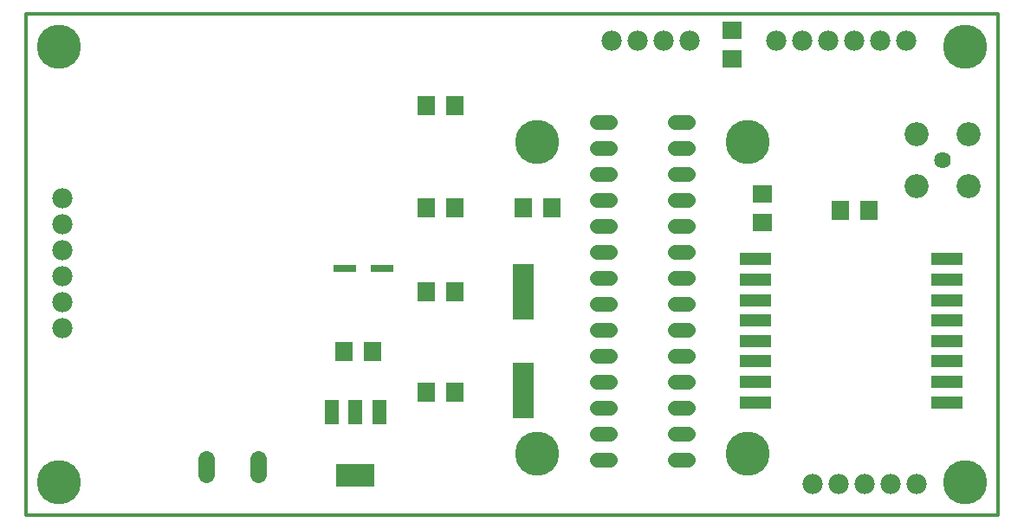
<source format=gts>
G75*
%MOIN*%
%OFA0B0*%
%FSLAX24Y24*%
%IPPOS*%
%LPD*%
%AMOC8*
5,1,8,0,0,1.08239X$1,22.5*
%
%ADD10C,0.0120*%
%ADD11C,0.0560*%
%ADD12R,0.1221X0.0512*%
%ADD13R,0.0520X0.0920*%
%ADD14R,0.1457X0.0906*%
%ADD15R,0.0670X0.0749*%
%ADD16R,0.0800X0.2140*%
%ADD17C,0.0640*%
%ADD18C,0.0926*%
%ADD19C,0.0780*%
%ADD20C,0.0640*%
%ADD21R,0.0906X0.0296*%
%ADD22R,0.0749X0.0670*%
%ADD23C,0.1700*%
D10*
X000160Y000160D02*
X037562Y000160D01*
X037562Y019451D01*
X000160Y019451D01*
X000160Y000160D01*
D11*
X022121Y002296D02*
X022641Y002296D01*
X022641Y003296D02*
X022121Y003296D01*
X022121Y004296D02*
X022641Y004296D01*
X022641Y005296D02*
X022121Y005296D01*
X022121Y006296D02*
X022641Y006296D01*
X022641Y007296D02*
X022121Y007296D01*
X022121Y008296D02*
X022641Y008296D01*
X022641Y009296D02*
X022121Y009296D01*
X022121Y010296D02*
X022641Y010296D01*
X022641Y011296D02*
X022121Y011296D01*
X022121Y012296D02*
X022641Y012296D01*
X022641Y013296D02*
X022121Y013296D01*
X022121Y014296D02*
X022641Y014296D01*
X022641Y015296D02*
X022121Y015296D01*
X025121Y015296D02*
X025641Y015296D01*
X025641Y014296D02*
X025121Y014296D01*
X025121Y013296D02*
X025641Y013296D01*
X025641Y012296D02*
X025121Y012296D01*
X025121Y011296D02*
X025641Y011296D01*
X025641Y010296D02*
X025121Y010296D01*
X025121Y009296D02*
X025641Y009296D01*
X025641Y008296D02*
X025121Y008296D01*
X025121Y007296D02*
X025641Y007296D01*
X025641Y006296D02*
X025121Y006296D01*
X025121Y005296D02*
X025641Y005296D01*
X025641Y004296D02*
X025121Y004296D01*
X025121Y003296D02*
X025641Y003296D01*
X025641Y002296D02*
X025121Y002296D01*
D12*
X028230Y004490D03*
X028230Y005277D03*
X028230Y006065D03*
X028230Y006852D03*
X028230Y007639D03*
X028230Y008427D03*
X028230Y009214D03*
X028230Y010002D03*
X035592Y010002D03*
X035592Y009214D03*
X035592Y008427D03*
X035592Y007639D03*
X035592Y006852D03*
X035592Y006065D03*
X035592Y005277D03*
X035592Y004490D03*
D13*
X013747Y004128D03*
X012837Y004128D03*
X011927Y004128D03*
D14*
X012837Y001688D03*
D15*
X015557Y004871D03*
X016660Y004871D03*
X013497Y006440D03*
X012395Y006440D03*
X015550Y008737D03*
X016652Y008737D03*
X016663Y011979D03*
X015560Y011979D03*
X019294Y011971D03*
X020396Y011971D03*
X016654Y015898D03*
X015552Y015898D03*
X031499Y011897D03*
X032601Y011897D03*
D16*
X019295Y008742D03*
X019295Y004942D03*
D17*
X035428Y013821D03*
D18*
X036428Y012821D03*
X034428Y012821D03*
X034428Y014821D03*
X036428Y014821D03*
D19*
X034032Y018415D03*
X033032Y018415D03*
X032032Y018415D03*
X031032Y018415D03*
X030032Y018415D03*
X029032Y018415D03*
X025696Y018400D03*
X024696Y018400D03*
X023696Y018400D03*
X022696Y018400D03*
X001565Y012340D03*
X001565Y011340D03*
X001565Y010340D03*
X001565Y009340D03*
X001565Y008340D03*
X001565Y007340D03*
X030412Y001341D03*
X031412Y001341D03*
X032412Y001341D03*
X033412Y001341D03*
X034412Y001341D03*
D20*
X009097Y001710D02*
X009097Y002310D01*
X007097Y002310D02*
X007097Y001710D01*
D21*
X012413Y009656D03*
X013870Y009656D03*
D22*
X028506Y011420D03*
X028506Y012522D03*
X027325Y017719D03*
X027325Y018821D03*
D23*
X027913Y014527D03*
X019845Y014527D03*
X036297Y018186D03*
X027913Y002522D03*
X019845Y002522D03*
X036297Y001430D03*
X001439Y001420D03*
X001433Y018190D03*
M02*

</source>
